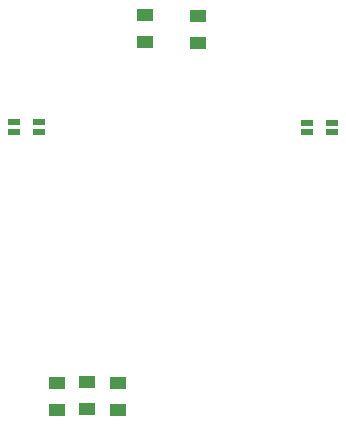
<source format=gtp>
G04 Layer_Color=8421504*
%FSLAX24Y24*%
%MOIN*%
G70*
G01*
G75*
%ADD10R,0.0550X0.0394*%
%ADD11R,0.0394X0.0197*%
D10*
X10790Y15600D02*
D03*
Y16500D02*
D03*
X9040Y15610D02*
D03*
Y16510D02*
D03*
X8120Y3360D02*
D03*
Y4260D02*
D03*
X7090Y3390D02*
D03*
Y4290D02*
D03*
X6090Y3360D02*
D03*
Y4260D02*
D03*
D11*
X4663Y12630D02*
D03*
X5490D02*
D03*
X4663Y12945D02*
D03*
X5490D02*
D03*
X15250Y12938D02*
D03*
X14423D02*
D03*
X15250Y12623D02*
D03*
X14423D02*
D03*
M02*

</source>
